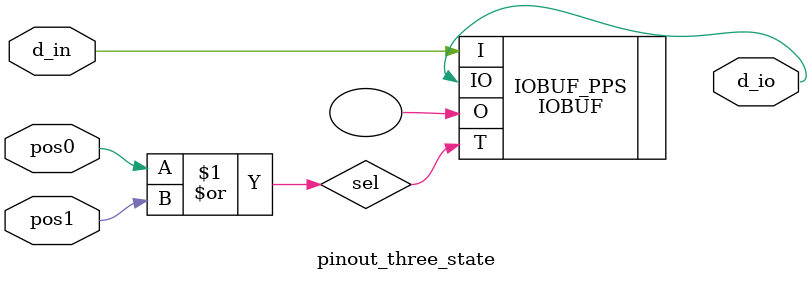
<source format=v>
`timescale 1ns / 1ps


module pinout_three_state(
    input pos0,
    input pos1,
    input d_in,
    output d_io
    );
wire sel;
assign sel = pos0 | pos1;

IOBUF #(
    .DRIVE(12), // Specify the output drive strength
    .IBUF_LOW_PWR("TRUE"),  // Low Power - "TRUE", High Performance = "FALSE"
    .IOSTANDARD("DEFAULT"), // Specify the I/O standard
    .SLEW("SLOW") // Specify the output slew rateIOBUF_PPS(
)IOBUF_PPS(
.I(d_in),
.O(),
.T(sel), //high-input; low-output
.IO(d_io)
);

endmodule

</source>
